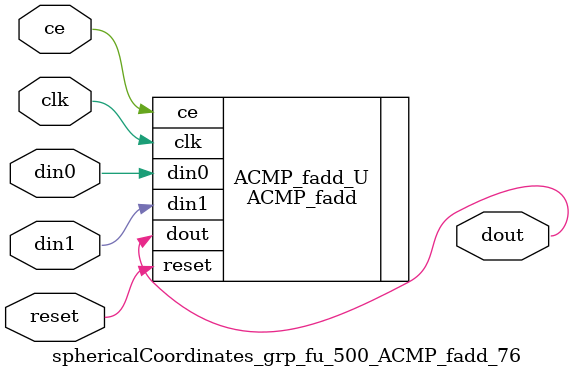
<source format=v>

`timescale 1 ns / 1 ps
module sphericalCoordinates_grp_fu_500_ACMP_fadd_76(
    clk,
    reset,
    ce,
    din0,
    din1,
    dout);

parameter ID = 32'd1;
parameter NUM_STAGE = 32'd1;
parameter din0_WIDTH = 32'd1;
parameter din1_WIDTH = 32'd1;
parameter dout_WIDTH = 32'd1;
input clk;
input reset;
input ce;
input[din0_WIDTH - 1:0] din0;
input[din1_WIDTH - 1:0] din1;
output[dout_WIDTH - 1:0] dout;



ACMP_fadd #(
.ID( ID ),
.NUM_STAGE( 4 ),
.din0_WIDTH( din0_WIDTH ),
.din1_WIDTH( din1_WIDTH ),
.dout_WIDTH( dout_WIDTH ))
ACMP_fadd_U(
    .clk( clk ),
    .reset( reset ),
    .ce( ce ),
    .din0( din0 ),
    .din1( din1 ),
    .dout( dout ));

endmodule

</source>
